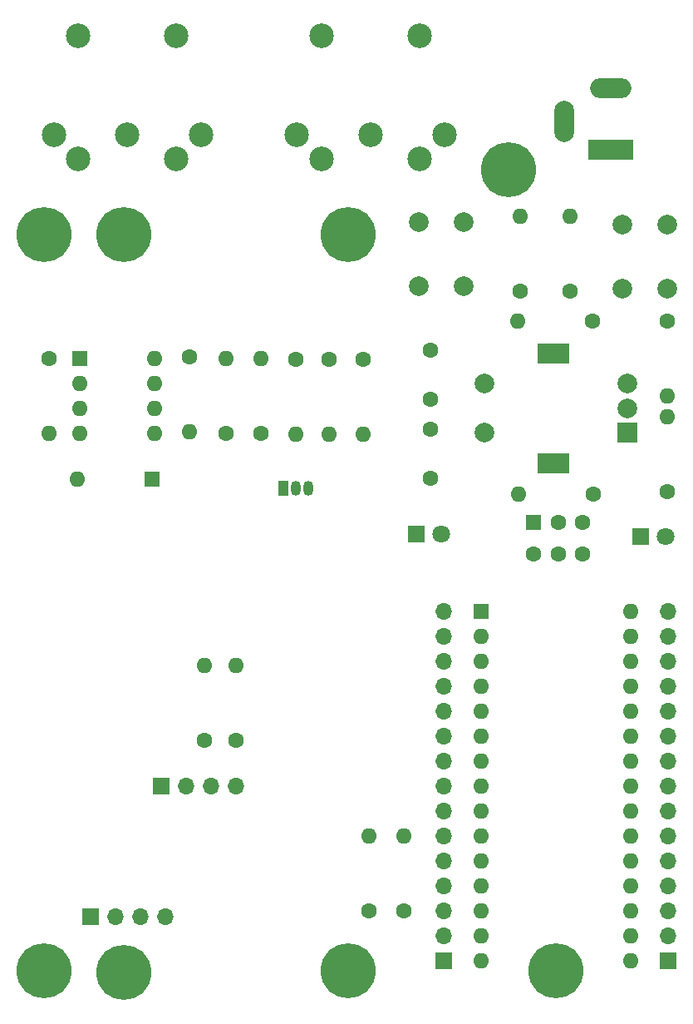
<source format=gbr>
%TF.GenerationSoftware,KiCad,Pcbnew,(6.0.7)*%
%TF.CreationDate,2023-07-08T22:35:10-04:00*%
%TF.ProjectId,ArduinoNano_MIDI_breakout,41726475-696e-46f4-9e61-6e6f5f4d4944,rev?*%
%TF.SameCoordinates,Original*%
%TF.FileFunction,Soldermask,Top*%
%TF.FilePolarity,Negative*%
%FSLAX46Y46*%
G04 Gerber Fmt 4.6, Leading zero omitted, Abs format (unit mm)*
G04 Created by KiCad (PCBNEW (6.0.7)) date 2023-07-08 22:35:10*
%MOMM*%
%LPD*%
G01*
G04 APERTURE LIST*
%ADD10R,1.600000X1.600000*%
%ADD11O,1.600000X1.600000*%
%ADD12R,1.700000X1.700000*%
%ADD13O,1.700000X1.700000*%
%ADD14C,1.600000*%
%ADD15R,4.600000X2.000000*%
%ADD16O,4.200000X2.000000*%
%ADD17O,2.000000X4.200000*%
%ADD18R,1.050000X1.500000*%
%ADD19O,1.050000X1.500000*%
%ADD20C,5.600000*%
%ADD21C,2.500000*%
%ADD22C,2.000000*%
%ADD23R,1.800000X1.800000*%
%ADD24C,1.800000*%
%ADD25R,2.000000X2.000000*%
%ADD26R,3.200000X2.000000*%
G04 APERTURE END LIST*
D10*
%TO.C,U2*%
X111633000Y-76200000D03*
D11*
X111633000Y-78740000D03*
X111633000Y-81280000D03*
X111633000Y-83820000D03*
X119253000Y-83820000D03*
X119253000Y-81280000D03*
X119253000Y-78740000D03*
X119253000Y-76200000D03*
%TD*%
D10*
%TO.C,D1*%
X118999000Y-88519000D03*
D11*
X111379000Y-88519000D03*
%TD*%
D12*
%TO.C,J4*%
X119888000Y-119761000D03*
D13*
X122428000Y-119761000D03*
X124968000Y-119761000D03*
X127508000Y-119761000D03*
%TD*%
D14*
%TO.C,R10*%
X171414000Y-72390000D03*
D11*
X171414000Y-80010000D03*
%TD*%
D15*
%TO.C,J7*%
X165735000Y-54991000D03*
D16*
X165735000Y-48691000D03*
D17*
X160935000Y-52091000D03*
%TD*%
D18*
%TO.C,Q1*%
X132334000Y-89408000D03*
D19*
X133604000Y-89408000D03*
X134874000Y-89408000D03*
%TD*%
D12*
%TO.C,J5*%
X171577000Y-137541000D03*
D13*
X171577000Y-135001000D03*
X171577000Y-132461000D03*
X171577000Y-129921000D03*
X171577000Y-127381000D03*
X171577000Y-124841000D03*
X171577000Y-122301000D03*
X171577000Y-119761000D03*
X171577000Y-117221000D03*
X171577000Y-114681000D03*
X171577000Y-112141000D03*
X171577000Y-109601000D03*
X171577000Y-107061000D03*
X171577000Y-104521000D03*
X171577000Y-101981000D03*
%TD*%
D14*
%TO.C,R15*%
X122809000Y-76073000D03*
D11*
X122809000Y-83693000D03*
%TD*%
D14*
%TO.C,R6*%
X126492000Y-83820000D03*
D11*
X126492000Y-76200000D03*
%TD*%
D14*
%TO.C,R7*%
X163794000Y-72390000D03*
D11*
X156174000Y-72390000D03*
%TD*%
D20*
%TO.C,H4*%
X155321000Y-57023000D03*
%TD*%
D14*
%TO.C,R1*%
X137033000Y-76327000D03*
D11*
X137033000Y-83947000D03*
%TD*%
D21*
%TO.C,J3*%
X108959000Y-53419000D03*
X116459000Y-53419000D03*
X123959000Y-53419000D03*
X111459000Y-55919000D03*
X121459000Y-55919000D03*
X111459000Y-43419000D03*
X121459000Y-43419000D03*
%TD*%
D10*
%TO.C,SW4*%
X157861000Y-92939000D03*
D14*
X160361000Y-92939000D03*
X162861000Y-92939000D03*
X157861000Y-96139000D03*
X160361000Y-96139000D03*
X162861000Y-96139000D03*
%TD*%
%TO.C,R16*%
X144653000Y-132461000D03*
D11*
X144653000Y-124841000D03*
%TD*%
D10*
%TO.C,A1*%
X152527000Y-101981000D03*
D11*
X152527000Y-104521000D03*
X152527000Y-107061000D03*
X152527000Y-109601000D03*
X152527000Y-112141000D03*
X152527000Y-114681000D03*
X152527000Y-117221000D03*
X152527000Y-119761000D03*
X152527000Y-122301000D03*
X152527000Y-124841000D03*
X152527000Y-127381000D03*
X152527000Y-129921000D03*
X152527000Y-132461000D03*
X152527000Y-135001000D03*
X152527000Y-137541000D03*
X167767000Y-137541000D03*
X167767000Y-135001000D03*
X167767000Y-132461000D03*
X167767000Y-129921000D03*
X167767000Y-127381000D03*
X167767000Y-124841000D03*
X167767000Y-122301000D03*
X167767000Y-119761000D03*
X167767000Y-117221000D03*
X167767000Y-114681000D03*
X167767000Y-112141000D03*
X167767000Y-109601000D03*
X167767000Y-107061000D03*
X167767000Y-104521000D03*
X167767000Y-101981000D03*
%TD*%
D14*
%TO.C,R4*%
X130048000Y-83820000D03*
D11*
X130048000Y-76200000D03*
%TD*%
D14*
%TO.C,R9*%
X171414000Y-89789000D03*
D11*
X171414000Y-82169000D03*
%TD*%
D20*
%TO.C,H6*%
X138938000Y-138557000D03*
%TD*%
%TO.C,H8*%
X138938000Y-63627000D03*
%TD*%
D14*
%TO.C,R3*%
X140462000Y-76327000D03*
D11*
X140462000Y-83947000D03*
%TD*%
D14*
%TO.C,R11*%
X161508000Y-69342000D03*
D11*
X161508000Y-61722000D03*
%TD*%
D14*
%TO.C,R5*%
X108458000Y-76200000D03*
D11*
X108458000Y-83820000D03*
%TD*%
D22*
%TO.C,SW3*%
X166914000Y-62611000D03*
X166914000Y-69111000D03*
X171414000Y-69111000D03*
X171414000Y-62611000D03*
%TD*%
D14*
%TO.C,C1*%
X147284000Y-75351000D03*
X147284000Y-80351000D03*
%TD*%
%TO.C,C2*%
X147284000Y-88392000D03*
X147284000Y-83392000D03*
%TD*%
%TO.C,R2*%
X133604000Y-76327000D03*
D11*
X133604000Y-83947000D03*
%TD*%
D20*
%TO.C,H7*%
X107950000Y-138557000D03*
%TD*%
D21*
%TO.C,J2*%
X133724000Y-53419000D03*
X141224000Y-53419000D03*
X148724000Y-53419000D03*
X136224000Y-55919000D03*
X146224000Y-55919000D03*
X146224000Y-43419000D03*
X136224000Y-43419000D03*
%TD*%
D14*
%TO.C,R17*%
X141097000Y-132461000D03*
D11*
X141097000Y-124841000D03*
%TD*%
D20*
%TO.C,H5*%
X107950000Y-63627000D03*
%TD*%
%TO.C,H3*%
X116078000Y-63627000D03*
%TD*%
%TO.C,H1*%
X160147000Y-138557000D03*
%TD*%
D23*
%TO.C,D2*%
X168778000Y-94361000D03*
D24*
X171318000Y-94361000D03*
%TD*%
D23*
%TO.C,D3*%
X145923000Y-94107000D03*
D24*
X148463000Y-94107000D03*
%TD*%
D14*
%TO.C,R13*%
X124333000Y-115062000D03*
D11*
X124333000Y-107442000D03*
%TD*%
D14*
%TO.C,R12*%
X156428000Y-69342000D03*
D11*
X156428000Y-61722000D03*
%TD*%
D12*
%TO.C,I2C*%
X112700000Y-133057000D03*
D13*
X115240000Y-133057000D03*
X117780000Y-133057000D03*
X120320000Y-133057000D03*
%TD*%
D22*
%TO.C,SW2*%
X146177000Y-62357000D03*
X146177000Y-68857000D03*
X150677000Y-62357000D03*
X150677000Y-68857000D03*
%TD*%
D25*
%TO.C,SW1*%
X167357000Y-83792000D03*
D22*
X167357000Y-78792000D03*
X167357000Y-81292000D03*
D26*
X159857000Y-75692000D03*
X159857000Y-86892000D03*
D22*
X152857000Y-78792000D03*
X152857000Y-83792000D03*
%TD*%
D14*
%TO.C,R14*%
X127508000Y-115062000D03*
D11*
X127508000Y-107442000D03*
%TD*%
D20*
%TO.C,H2*%
X116078000Y-138684000D03*
%TD*%
D14*
%TO.C,R8*%
X163957000Y-90043000D03*
D11*
X156337000Y-90043000D03*
%TD*%
D12*
%TO.C,J6*%
X148717000Y-137541000D03*
D13*
X148717000Y-135001000D03*
X148717000Y-132461000D03*
X148717000Y-129921000D03*
X148717000Y-127381000D03*
X148717000Y-124841000D03*
X148717000Y-122301000D03*
X148717000Y-119761000D03*
X148717000Y-117221000D03*
X148717000Y-114681000D03*
X148717000Y-112141000D03*
X148717000Y-109601000D03*
X148717000Y-107061000D03*
X148717000Y-104521000D03*
X148717000Y-101981000D03*
%TD*%
M02*

</source>
